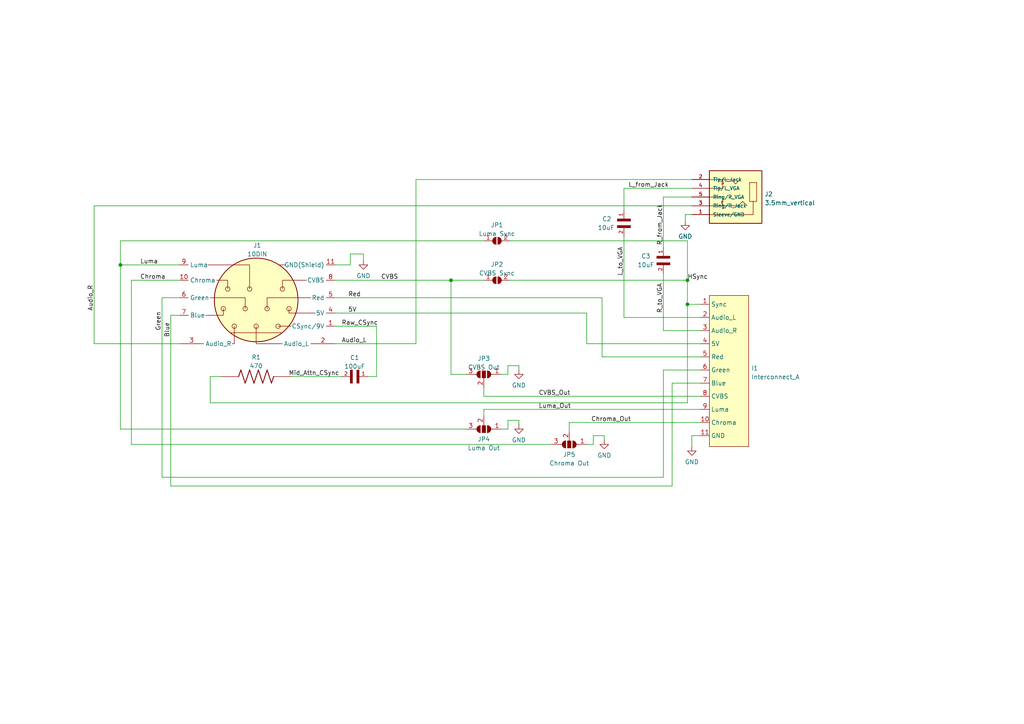
<source format=kicad_sch>
(kicad_sch (version 20211123) (generator eeschema)
  (paper "A4")
  (title_block (title "10DIN2VGA Main Board") (date "2023-01-05") (rev "1.0") (company "Jeff Chen"))
  (lib_symbols
    (symbol "10DIN2VGA:10DIN"
      (property "Reference" "J" (at 0 14.605 0))
      (property "Value" "10DIN" (at 0 17.145 0))
      (symbol "10DIN_0_0"
        (circle (center -9.525 -2.54) (radius 0.635) (stroke (width 0.1524)))
        (circle (center -8.255 3.175) (radius 0.635) (stroke (width 0.1524)))
        (circle (center -6.35 -7.62) (radius 0.635) (stroke (width 0.1524)))
        (circle (center -3.175 -2.54) (radius 0.635) (stroke (width 0.1524)))
        (circle (center -1.905 3.175) (radius 0.635) (stroke (width 0.1524)))
        (circle (center 0 -7.62) (radius 0.635) (stroke (width 0.1524)))
        (polyline (pts (xy -14.605 -4.445) (xy -9.525 -4.445)) (stroke (width 0.1524)))
        (polyline (pts (xy -9.525 -4.445) (xy -9.525 -2.54)) (stroke (width 0.1524)))
        (polyline (pts (xy -7.62 -9.525) (xy 7.62 -9.525)) (stroke (width 0.1524)))
        (polyline (pts (xy 6.35 -7.62) (xy 10.16 -7.62)) (stroke (width 0.1524)))
        (polyline (pts (xy 8.4539 10.1563) (xy 6.5489 10.1563)) (stroke (width 0.1524)))
        (polyline (pts (xy 9.525 -3.81) (xy 9.525 -2.54)) (stroke (width 0.1524)))
        (polyline (pts (xy 17.145 -3.81) (xy 9.525 -3.81)) (stroke (width 0.1524)))
        (polyline (pts (xy -13.97 10.16) (xy -1.905 10.16) (xy -1.905 3.175)) (stroke (width 0.1524)))
        (polyline (pts (xy -13.335 0.635) (xy -3.175 0.635) (xy -3.175 -2.54)) (stroke (width 0.1524)))
        (polyline (pts (xy -11.43 5.715) (xy -8.255 5.715) (xy -8.255 3.175)) (stroke (width 0.1524)))
        (polyline (pts (xy -6.35 -7.62) (xy -6.35 -12.7) (xy -6.985 -12.7)) (stroke (width 0.1524)))
        (polyline (pts (xy 7.62 -12.7) (xy 0 -12.7) (xy 0 -7.62)) (stroke (width 0.1524)))
        (polyline (pts (xy 14.605 5.715) (xy 7.62 5.715) (xy 7.62 3.175)) (stroke (width 0.1524)))
        (polyline (pts (xy 15.875 0.635) (xy 3.175 0.635) (xy 3.175 -2.54)) (stroke (width 0.1524)))
        (circle (center 0 0) (radius 12.1317) (stroke (width 0.254)) (fill (type background)))
        (circle (center 3.175 -2.54) (radius 0.635) (stroke (width 0.1524)))
        (circle (center 6.35 -7.62) (radius 0.635) (stroke (width 0.1524)))
        (circle (center 7.62 3.175) (radius 0.635) (stroke (width 0.1524)))
        (circle (center 9.525 -2.54) (radius 0.635) (stroke (width 0.1524)))
      )
      (symbol "10DIN_1_1"
        (pin input line (at 22.86 -7.62 180) (length 2.54) (name "CSync/9V") (number "1"))
        (pin input line (at -22.225 5.715 0) (length 2.54) (name "Chroma") (number "10"))
        (pin input line (at 22.86 10.16 180) (length 2.54) (name "GND(Shield)") (number "11"))
        (pin input line (at 22.86 -12.7 180) (length 7) (name "Audio_L") (number "2"))
        (pin input line (at -22.225 -12.7 0) (length 7) (name "Audio_R") (number "3"))
        (pin input line (at 22.86 -3.81 180) (length 2.54) (name "5V") (number "4"))
        (pin input line (at 22.86 0.635 180) (length 2.54) (name "Red") (number "5"))
        (pin input line (at -22.225 0.635 0) (length 2.54) (name "Green") (number "6"))
        (pin input line (at -22.225 -4.445 0) (length 2.54) (name "Blue") (number "7"))
        (pin input line (at 22.86 5.715 180) (length 2.54) (name "CVBS") (number "8"))
        (pin input line (at -22.225 10.16 0) (length 2.54) (name "Luma") (number "9"))
      )
    )
    (symbol "10DIN2VGA:3.5mm_vertical" (pin_names (offset 1.016))
      (property "Reference" "J" (at -7.62 8.128 0))
      (property "Value" "3.5mm_vertical" (at -7.62 -10.414 0))
      (symbol "3.5mm_vertical_0_0"
        (rectangle (start -7.62 7.62) (end 7.62 -7.62) (stroke (width 0.254)) (fill (type background)))
        (polyline (pts (xy -6.096 -4.191) (xy -6.096 1.27)) (stroke (width 0.1524)))
        (polyline (pts (xy -6.096 1.27) (xy -5.08 1.27)) (stroke (width 0.1524)))
        (polyline (pts (xy -5.08 1.27) (xy -4.064 1.27)) (stroke (width 0.1524)))
        (polyline (pts (xy -5.08 5.08) (xy -5.08 1.27)) (stroke (width 0.1524)))
        (polyline (pts (xy -4.064 -4.191) (xy -6.096 -4.191)) (stroke (width 0.1524)))
        (polyline (pts (xy -4.064 1.27) (xy -4.064 -4.191)) (stroke (width 0.1524)))
        (polyline (pts (xy -2.032 1.27) (xy -3.302 2.54)) (stroke (width 0.1524)))
        (polyline (pts (xy -0.762 2.54) (xy -2.032 1.27)) (stroke (width 0.1524)))
        (polyline (pts (xy 0 -3.81) (xy -1.27 -5.08)) (stroke (width 0.1524)))
        (polyline (pts (xy 1.27 -5.08) (xy 0 -3.81)) (stroke (width 0.1524)))
        (polyline (pts (xy 3.81 -5.08) (xy 1.27 -5.08)) (stroke (width 0.1524)))
        (polyline (pts (xy 3.81 -5.08) (xy 3.81 -2.54)) (stroke (width 0.1524)))
        (polyline (pts (xy 3.81 0) (xy 3.81 2.54)) (stroke (width 0.1524)))
        (polyline (pts (xy 3.81 2.54) (xy -0.762 2.54)) (stroke (width 0.1524)))
        (polyline (pts (xy 7.62 -5.08) (xy 3.81 -5.08)) (stroke (width 0.1524)))
        (polyline (pts (xy 7.62 -2.54) (xy 3.81 -2.54)) (stroke (width 0.1524)))
        (polyline (pts (xy 7.62 0) (xy 3.81 0)) (stroke (width 0.1524)))
        (polyline (pts (xy 7.62 2.54) (xy 3.81 2.54)) (stroke (width 0.1524)))
        (polyline (pts (xy 7.62 5.08) (xy -5.08 5.08)) (stroke (width 0.1524)))
        (polyline (pts (xy 3.81 -5.08) (xy 3.5052 -3.81) (xy 4.1402 -3.81)) (stroke (width 0.1524)) (fill (type background)))
        (polyline (pts (xy 3.81 2.54) (xy 4.1402 1.27) (xy 3.5052 1.27)) (stroke (width 0.1524)) (fill (type background)))
        (pin passive line (at 12.7 5.08 180) (length 5.08) (name "Sleeve/GND") (number "1"))
        (pin passive line (at 12.7 -5.08 180) (length 5.08) (name "Tip/L_Jack") (number "2"))
        (pin passive line (at 12.7 2.54 180) (length 5.08) (name "Ring/R_Jack") (number "3"))
        (pin passive line (at 12.7 -2.54 180) (length 5.08) (name "Tip/L_VGA") (number "4"))
        (pin passive line (at 12.7 0 180) (length 5.08) (name "Ring/R_VGA") (number "5"))
      )
    )
    (symbol "10DIN2VGA:Interconnect_A"
      (property "Reference" "I" (at 5.715 1.27 0))
      (property "Value" "Interconnect_A" (at 5.715 3.81 0))
      (symbol "Interconnect_A_0_1"
        (rectangle (start 0 0) (end 11.43 -43.815) (stroke (width 0.1524)) (fill (type background)))
      )
      (symbol "Interconnect_A_1_1"
        (pin input line (at 13.97 -2.54 180) (length 2.54) (name "Sync") (number "1"))
        (pin input line (at 13.97 -36.83 180) (length 2.54) (name "Chroma") (number "10"))
        (pin input line (at 13.97 -40.64 180) (length 2.54) (name "GND") (number "11"))
        (pin input line (at 13.97 -6.35 180) (length 2.54) (name "Audio_L") (number "2"))
        (pin input line (at 13.97 -10.16 180) (length 2.54) (name "Audio_R") (number "3"))
        (pin input line (at 13.97 -13.97 180) (length 2.54) (name "5V") (number "4"))
        (pin input line (at 13.97 -17.78 180) (length 2.54) (name "Red") (number "5"))
        (pin input line (at 13.97 -21.59 180) (length 2.54) (name "Green") (number "6"))
        (pin input line (at 13.97 -25.4 180) (length 2.54) (name "Blue") (number "7"))
        (pin input line (at 13.97 -29.21 180) (length 2.54) (name "CVBS") (number "8"))
        (pin input line (at 13.97 -33.02 180) (length 2.54) (name "Luma") (number "9"))
      )
    )
    (symbol "Jumper:SolderJumper_2_Open" (pin_names (offset 0) hide)
      (property "Reference" "JP" (at 0 2.032 0))
      (property "Value" "SolderJumper_2_Open" (at 0 -2.54 0))
      (symbol "SolderJumper_2_Open_0_1"
        (arc (start -0.254 1.016) (mid -1.27 0) (end -0.254 -1.016))
        (arc (start -0.254 1.016) (mid -1.27 0) (end -0.254 -1.016) (fill (type outline)))
        (polyline (pts (xy -0.254 1.016) (xy -0.254 -1.016)))
        (polyline (pts (xy 0.254 1.016) (xy 0.254 -1.016)))
        (arc (start 0.254 -1.016) (mid 1.27 0) (end 0.254 1.016))
        (arc (start 0.254 -1.016) (mid 1.27 0) (end 0.254 1.016) (fill (type outline)))
      )
      (symbol "SolderJumper_2_Open_1_1"
        (pin passive line (at -3.81 0 0) (length 2.54) (name "A") (number "1"))
        (pin passive line (at 3.81 0 180) (length 2.54) (name "B") (number "2"))
      )
    )
    (symbol "Jumper:SolderJumper_3_Open" (pin_names (offset 0) hide)
      (property "Reference" "JP" (at -2.54 -2.54 0))
      (property "Value" "SolderJumper_3_Open" (at 0 2.794 0))
      (symbol "SolderJumper_3_Open_0_1"
        (arc (start -1.016 1.016) (mid -2.032 0) (end -1.016 -1.016))
        (arc (start -1.016 1.016) (mid -2.032 0) (end -1.016 -1.016) (fill (type outline)))
        (rectangle (start -0.508 1.016) (end 0.508 -1.016) (fill (type outline)))
        (polyline (pts (xy -2.54 0) (xy -2.032 0)))
        (polyline (pts (xy -1.016 1.016) (xy -1.016 -1.016)))
        (polyline (pts (xy 0 -1.27) (xy 0 -1.016)))
        (polyline (pts (xy 1.016 1.016) (xy 1.016 -1.016)))
        (polyline (pts (xy 2.54 0) (xy 2.032 0)))
        (arc (start 1.016 -1.016) (mid 2.032 0) (end 1.016 1.016))
        (arc (start 1.016 -1.016) (mid 2.032 0) (end 1.016 1.016) (fill (type outline)))
      )
      (symbol "SolderJumper_3_Open_1_1"
        (pin passive line (at -5.08 0 0) (length 2.54) (name "A") (number "1"))
        (pin passive line (at 0 -3.81 90) (length 2.54) (name "C") (number "2"))
        (pin passive line (at 5.08 0 180) (length 2.54) (name "B") (number "3"))
      )
    )
    (symbol "SMD_Cap:Cap_0603" (pin_names (offset 1.016) hide)
      (property "Reference" "C" (at 0 3.81 0))
      (property "Value" "Cap_0603" (at 0 -5.08 0))
      (symbol "Cap_0603_0_0"
        (rectangle (start 0 -1.905) (end 0.635 1.905) (fill (type outline)))
        (rectangle (start 1.905 -1.905) (end 2.54 1.905) (fill (type outline)))
        (pin passive line (at -2.54 0 0) (length 2.54) (name "~") (number "1"))
        (pin passive line (at 5.08 0 180) (length 2.54) (name "~") (number "2"))
      )
    )
    (symbol "power:GND" (power) (pin_names (offset 0))
      (property "Value" "GND" (at 0 -3.81 0))
      (symbol "GND_0_1"
        (polyline (pts (xy 0 0) (xy 0 -1.27) (xy 1.27 -1.27) (xy 0 -2.54) (xy -1.27 -1.27) (xy 0 -1.27)))
      )
      (symbol "GND_1_1"
        (pin power_in line (at 0 0 270) (length 0) hide (name "GND") (number "1"))
      )
    )
    (symbol "resistor:Resistor_0603" (pin_numbers hide) (pin_names (offset 1.016) hide)
      (property "Reference" "R" (at -7.62 2.54 0))
      (property "Value" "Resistor_0603" (at -7.62 -5.08 0))
      (symbol "Resistor_0603_0_0"
        (polyline (pts (xy -5.08 0) (xy -4.445 1.905)) (stroke (width 0.254)))
        (polyline (pts (xy -4.445 1.905) (xy -3.175 -1.905)) (stroke (width 0.254)))
        (polyline (pts (xy -3.175 -1.905) (xy -1.905 1.905)) (stroke (width 0.254)))
        (polyline (pts (xy -1.905 1.905) (xy -0.635 -1.905)) (stroke (width 0.254)))
        (polyline (pts (xy -0.635 -1.905) (xy 0.635 1.905)) (stroke (width 0.254)))
        (polyline (pts (xy 0.635 1.905) (xy 1.905 -1.905)) (stroke (width 0.254)))
        (polyline (pts (xy 1.905 -1.905) (xy 3.175 1.905)) (stroke (width 0.254)))
        (polyline (pts (xy 3.175 1.905) (xy 4.445 -1.905)) (stroke (width 0.254)))
        (polyline (pts (xy 4.445 -1.905) (xy 5.08 0)) (stroke (width 0.254)))
        (pin passive line (at -10.16 0 0) (length 5.08) (name "~") (number "1"))
        (pin passive line (at 10.16 0 180) (length 5.08) (name "~") (number "2"))
      )
    )
  )
  (junction (at 199.39 88.265))
  (junction (at 34.925 76.835))
  (junction (at 199.39 81.28))
  (junction (at 130.81 81.28))
  (wire (pts (xy 200.66 62.23) (xy 198.755 62.23)))
  (wire (pts (xy 140.335 118.745) (xy 203.2 118.745)))
  (wire (pts (xy 172.085 128.905) (xy 172.085 126.365)))
  (wire (pts (xy 192.405 107.315) (xy 203.2 107.315)))
  (wire (pts (xy 160.02 128.905) (xy 38.1 128.905)))
  (wire (pts (xy 101.6 76.835) (xy 101.6 73.66)))
  (wire (pts (xy 200.66 126.365) (xy 200.66 129.54)))
  (wire (pts (xy 194.945 111.125) (xy 203.2 111.125)))
  (wire (pts (xy 49.53 91.44) (xy 49.53 140.97)))
  (wire (pts (xy 200.66 54.61) (xy 180.975 54.61)))
  (wire (pts (xy 170.18 90.805) (xy 170.18 99.695)))
  (wire (pts (xy 97.155 94.615) (xy 109.22 94.615)))
  (wire (pts (xy 192.405 95.885) (xy 203.2 95.885)))
  (wire (pts (xy 52.07 91.44) (xy 49.53 91.44)))
  (wire (pts (xy 192.405 79.375) (xy 192.405 95.885)))
  (wire (pts (xy 194.945 140.97) (xy 194.945 111.125)))
  (wire (pts (xy 180.975 92.075) (xy 203.2 92.075)))
  (wire (pts (xy 46.99 86.36) (xy 46.99 138.43)))
  (wire (pts (xy 147.955 81.28) (xy 199.39 81.28)))
  (wire (pts (xy 200.66 57.15) (xy 192.405 57.15)))
  (wire (pts (xy 49.53 140.97) (xy 194.945 140.97)))
  (wire (pts (xy 84.455 109.22) (xy 99.06 109.22)))
  (wire (pts (xy 120.65 52.07) (xy 200.66 52.07)))
  (wire (pts (xy 52.07 86.36) (xy 46.99 86.36)))
  (wire (pts (xy 174.625 86.36) (xy 174.625 103.505)))
  (wire (pts (xy 97.155 90.805) (xy 170.18 90.805)))
  (wire (pts (xy 105.41 73.66) (xy 105.41 75.565)))
  (wire (pts (xy 97.155 86.36) (xy 174.625 86.36)))
  (wire (pts (xy 130.81 81.28) (xy 130.81 108.585)))
  (wire (pts (xy 145.415 108.585) (xy 147.32 108.585)))
  (wire (pts (xy 192.405 138.43) (xy 192.405 107.315)))
  (wire (pts (xy 199.39 69.85) (xy 199.39 81.28)))
  (wire (pts (xy 145.415 124.46) (xy 147.32 124.46)))
  (wire (pts (xy 170.18 128.905) (xy 172.085 128.905)))
  (wire (pts (xy 109.22 109.22) (xy 106.68 109.22)))
  (wire (pts (xy 147.32 124.46) (xy 147.32 121.92)))
  (wire (pts (xy 140.335 112.395) (xy 140.335 114.935)))
  (wire (pts (xy 147.32 106.045) (xy 150.495 106.045)))
  (wire (pts (xy 140.335 120.65) (xy 140.335 118.745)))
  (wire (pts (xy 130.81 108.585) (xy 135.255 108.585)))
  (wire (pts (xy 199.39 116.84) (xy 199.39 88.265)))
  (wire (pts (xy 34.925 69.85) (xy 140.335 69.85)))
  (wire (pts (xy 64.135 109.22) (xy 60.96 109.22)))
  (wire (pts (xy 52.07 99.695) (xy 27.305 99.695)))
  (wire (pts (xy 140.335 114.935) (xy 203.2 114.935)))
  (wire (pts (xy 97.155 99.695) (xy 120.65 99.695)))
  (wire (pts (xy 34.925 76.835) (xy 52.07 76.835)))
  (wire (pts (xy 170.18 99.695) (xy 203.2 99.695)))
  (wire (pts (xy 27.305 59.69) (xy 200.66 59.69)))
  (wire (pts (xy 147.955 69.85) (xy 199.39 69.85)))
  (wire (pts (xy 147.32 121.92) (xy 150.495 121.92)))
  (wire (pts (xy 34.925 124.46) (xy 34.925 76.835)))
  (wire (pts (xy 175.26 126.365) (xy 175.26 127.635)))
  (wire (pts (xy 120.65 99.695) (xy 120.65 52.07)))
  (wire (pts (xy 38.1 128.905) (xy 38.1 81.28)))
  (wire (pts (xy 34.925 76.835) (xy 34.925 69.85)))
  (wire (pts (xy 203.2 126.365) (xy 200.66 126.365)))
  (wire (pts (xy 97.155 81.28) (xy 130.81 81.28)))
  (wire (pts (xy 60.96 116.84) (xy 199.39 116.84)))
  (wire (pts (xy 174.625 103.505) (xy 203.2 103.505)))
  (wire (pts (xy 27.305 99.695) (xy 27.305 59.69)))
  (wire (pts (xy 172.085 126.365) (xy 175.26 126.365)))
  (wire (pts (xy 109.22 94.615) (xy 109.22 109.22)))
  (wire (pts (xy 192.405 57.15) (xy 192.405 71.755)))
  (wire (pts (xy 150.495 121.92) (xy 150.495 123.19)))
  (wire (pts (xy 199.39 88.265) (xy 203.2 88.265)))
  (wire (pts (xy 180.975 68.58) (xy 180.975 92.075)))
  (wire (pts (xy 180.975 54.61) (xy 180.975 60.96)))
  (wire (pts (xy 147.32 108.585) (xy 147.32 106.045)))
  (wire (pts (xy 60.96 109.22) (xy 60.96 116.84)))
  (wire (pts (xy 38.1 81.28) (xy 52.07 81.28)))
  (wire (pts (xy 165.1 122.555) (xy 203.2 122.555)))
  (wire (pts (xy 198.755 62.23) (xy 198.755 64.135)))
  (wire (pts (xy 130.81 81.28) (xy 140.335 81.28)))
  (wire (pts (xy 101.6 73.66) (xy 105.41 73.66)))
  (wire (pts (xy 150.495 106.045) (xy 150.495 107.315)))
  (wire (pts (xy 165.1 125.095) (xy 165.1 122.555)))
  (wire (pts (xy 97.155 76.835) (xy 101.6 76.835)))
  (wire (pts (xy 199.39 81.28) (xy 199.39 88.265)))
  (wire (pts (xy 46.99 138.43) (xy 192.405 138.43)))
  (wire (pts (xy 135.255 124.46) (xy 34.925 124.46)))
  (label "R_from_Jack" (at 192.405 71.12 90))
  (label "R_to_VGA" (at 192.405 90.805 90))
  (label "L_to_VGA" (at 180.975 80.01 90))
  (label "Chroma_Out" (at 171.45 122.555 0))
  (label "CVBS" (at 110.49 81.28 0))
  (label "Audio_L" (at 99.06 99.695 0))
  (label "Blue" (at 49.53 97.79 90))
  (label "Luma" (at 40.64 76.835 0))
  (label "L_from_Jack" (at 182.245 54.61 0))
  (label "Green" (at 46.99 95.885 90))
  (label "Luma_Out" (at 156.21 118.745 0))
  (label "Chroma" (at 40.64 81.28 0))
  (label "Mid_Attn_CSync" (at 98.425 109.22 180))
  (label "5V" (at 100.965 90.805 0))
  (label "Audio_R" (at 27.305 90.17 90))
  (label "CVBS_Out" (at 156.21 114.935 0))
  (label "Raw_CSync" (at 99.06 94.615 0))
  (label "HSync" (at 199.39 81.28 0))
  (label "Red" (at 100.965 86.36 0))
  (symbol (lib_id "power:GND") (at 200.66 129.54 0) (unit 1)
    (property "Reference" "#PWR0103" (effects hide))
    (property "Value" "GND" (at 200.66 133.9834 0))
  )
  (symbol (lib_id "power:GND") (at 150.495 107.315 0) (unit 1)
    (property "Reference" "#PWR0102" (effects hide))
    (property "Value" "GND" (at 150.495 111.7584 0))
  )
  (symbol (lib_id "Jumper:SolderJumper_2_Open") (at 144.145 81.28 0) (unit 1)
    (property "Reference" "JP2" (at 144.145 76.6912 0))
    (property "Value" "CVBS Sync" (at 144.145 79.2281 0))
    (property "Footprint" "Jumper:SolderJumper-2_P1.3mm_Open_RoundedPad1.0x1.5mm" (effects hide))
  )
  (symbol (lib_id "Jumper:SolderJumper_3_Open") (at 165.1 128.905 180) (unit 1)
    (property "Reference" "JP5" (at 165.1 131.8244 0))
    (property "Value" "Chroma Out" (at 165.1 134.3613 0))
    (property "Footprint" "Jumper:SolderJumper-3_P1.3mm_Open_RoundedPad1.0x1.5mm" (effects hide))
  )
  (symbol (lib_id "Jumper:SolderJumper_3_Open") (at 140.335 108.585 0) (mirror y) (unit 1)
    (property "Reference" "JP3" (at 140.335 103.9962 0))
    (property "Value" "CVBS Out" (at 140.335 106.5331 0))
    (property "Footprint" "Jumper:SolderJumper-3_P1.3mm_Open_RoundedPad1.0x1.5mm" (effects hide))
  )
  (symbol (lib_id "10DIN2VGA:3.5mm_vertical") (at 213.36 57.15 180) (unit 1)
    (property "Reference" "J2" (at 221.742 56.3153 0) (effects (justify right)))
    (property "Value" "3.5mm_vertical" (at 221.742 58.8522 0) (effects (justify right)))
    (property "Footprint" "10DIN2VGA:3.5mm_vertical" (effects hide))
    (property "STANDARD" "Manufacturer recommendation" (effects hide))
    (property "PARTREV" "1.01" (effects hide))
    (property "MANUFACTURER" "CUI" (effects hide))
  )
  (symbol (lib_id "SMD_Cap:Cap_0603") (at 180.975 63.5 270) (unit 1)
    (property "Reference" "C2" (at 174.625 63.5 90) (effects (justify left)))
    (property "Value" "10uF" (at 173.355 66.04 90) (effects (justify left)))
    (property "Footprint" "Capacitor_SMD:C_0603_1608Metric_Pad1.08x0.95mm_HandSolder" (effects hide))
  )
  (symbol (lib_id "Jumper:SolderJumper_2_Open") (at 144.145 69.85 0) (unit 1)
    (property "Reference" "JP1" (at 144.145 65.2612 0))
    (property "Value" "Luma Sync" (at 144.145 67.7981 0))
    (property "Footprint" "Jumper:SolderJumper-2_P1.3mm_Open_RoundedPad1.0x1.5mm" (effects hide))
  )
  (symbol (lib_id "resistor:Resistor_0603") (at 74.295 109.22 0) (unit 1)
    (property "Reference" "R1" (at 74.295 103.6152 0))
    (property "Value" "470" (at 74.295 106.1521 0))
    (property "Footprint" "Resistor_SMD:R_0603_1608Metric_Pad0.98x0.95mm_HandSolder" (effects hide))
  )
  (symbol (lib_id "power:GND") (at 105.41 75.565 0) (unit 1)
    (property "Reference" "#PWR0106" (effects hide))
    (property "Value" "GND" (at 105.41 80.0084 0))
  )
  (symbol (lib_id "power:GND") (at 150.495 123.19 0) (unit 1)
    (property "Reference" "#PWR0101" (effects hide))
    (property "Value" "GND" (at 150.495 127.6334 0))
  )
  (symbol (lib_id "power:GND") (at 175.26 127.635 0) (unit 1)
    (property "Reference" "#PWR0104" (effects hide))
    (property "Value" "GND" (at 175.26 132.0784 0))
  )
  (symbol (lib_id "10DIN2VGA:Interconnect_A") (at 217.17 85.725 0) (mirror y) (unit 1)
    (property "Reference" "I1" (at 217.8812 106.7978 0) (effects (justify right)))
    (property "Value" "Interconnect_A" (at 217.8812 109.3347 0) (effects (justify right)))
    (property "Footprint" "10DIN2VGA:Interconnect_A" (effects hide))
  )
  (symbol (lib_id "power:GND") (at 198.755 64.135 0) (unit 1)
    (property "Reference" "#PWR0105" (effects hide))
    (property "Value" "GND" (at 198.755 68.5784 0))
  )
  (symbol (lib_id "10DIN2VGA:10DIN") (at 74.295 86.995 0) (unit 1)
    (property "Reference" "J1" (at 74.6125 71.1635 0))
    (property "Value" "10DIN" (at 74.6125 73.7004 0))
    (property "Footprint" "10DIN2VGA:10DIN" (effects hide))
  )
  (symbol (lib_id "SMD_Cap:Cap_0603") (at 104.14 109.22 180) (unit 1)
    (property "Reference" "C1" (at 102.87 103.7422 0))
    (property "Value" "100uF" (at 102.87 106.2791 0))
    (property "Footprint" "Capacitor_SMD:C_1206_3216Metric_Pad1.33x1.80mm_HandSolder" (effects hide))
  )
  (symbol (lib_id "Jumper:SolderJumper_3_Open") (at 140.335 124.46 180) (unit 1)
    (property "Reference" "JP4" (at 140.335 127.3794 0))
    (property "Value" "Luma Out" (at 140.335 129.9163 0))
    (property "Footprint" "Jumper:SolderJumper-3_P1.3mm_Open_RoundedPad1.0x1.5mm" (effects hide))
  )
  (symbol (lib_id "SMD_Cap:Cap_0603") (at 192.405 74.295 270) (unit 1)
    (property "Reference" "C3" (at 187.325 74.295 90))
    (property "Value" "10uF" (at 187.325 76.835 90))
    (property "Footprint" "Capacitor_SMD:C_0603_1608Metric_Pad1.08x0.95mm_HandSolder" (effects hide))
  )
)
</source>
